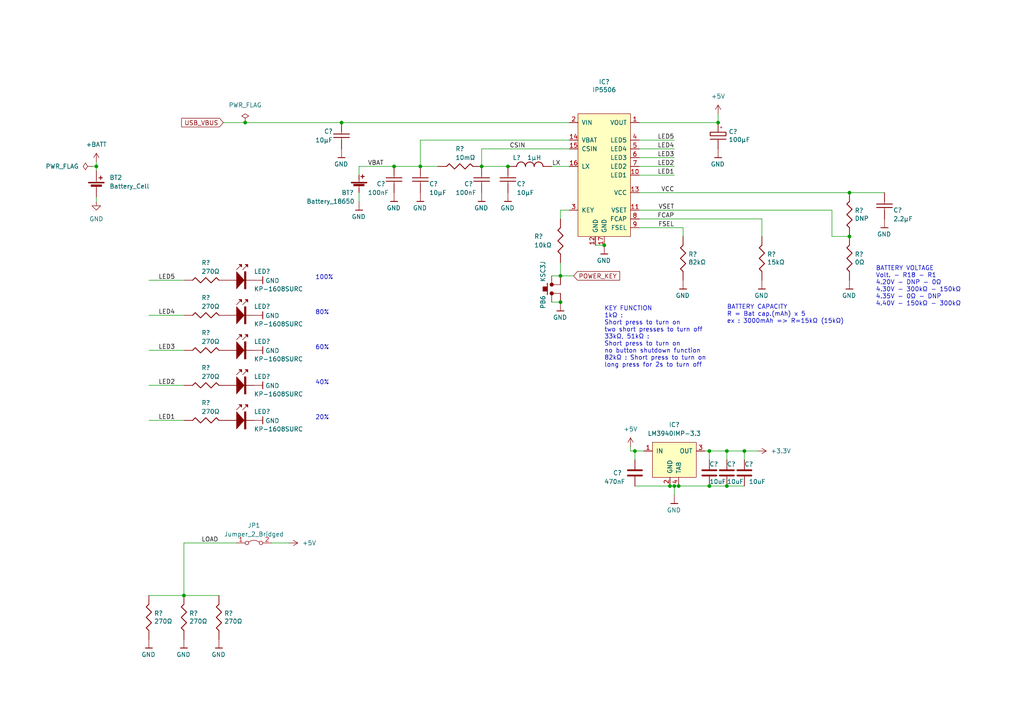
<source format=kicad_sch>
(kicad_sch (version 20230121) (generator eeschema)
  (paper "A4")
  (lib_symbols
    (symbol "Device:Battery_Cell" (pin_numbers hide) (pin_names (offset 0) hide)
      (property "Reference" "BT" (at 2.54 2.54 0))
      (property "Value" "Battery_Cell" (at 2.54 0 0))
      (symbol "Battery_Cell_0_1"
        (rectangle (start -2.286 1.778) (end 2.286 1.524) (fill (type outline)))
        (rectangle (start -1.524 1.016) (end 1.524 0.508) (fill (type outline)))
        (polyline (pts (xy 0 0.762) (xy 0 0)))
        (polyline (pts (xy 0 1.778) (xy 0 2.54)))
        (polyline (pts (xy 0.762 3.048) (xy 1.778 3.048)) (stroke (width 0.254)))
        (polyline (pts (xy 1.27 3.556) (xy 1.27 2.54)) (stroke (width 0.254)))
      )
      (symbol "Battery_Cell_1_1"
        (pin passive line (at 0 5.08 270) (length 2.54) (name "+") (number "1"))
        (pin passive line (at 0 -2.54 90) (length 2.54) (name "-") (number "2"))
      )
    )
    (symbol "Device:C" (pin_numbers hide) (pin_names (offset 0.254))
      (property "Reference" "C" (at 0.635 2.54 0))
      (property "Value" "C" (at 0.635 -2.54 0))
      (symbol "C_0_1"
        (polyline (pts (xy -2.032 -0.762) (xy 2.032 -0.762)) (stroke (width 0.508)))
        (polyline (pts (xy -2.032 0.762) (xy 2.032 0.762)) (stroke (width 0.508)))
      )
      (symbol "C_1_1"
        (pin passive line (at 0 3.81 270) (length 2.794) (name "~") (number "1"))
        (pin passive line (at 0 -3.81 90) (length 2.794) (name "~") (number "2"))
      )
    )
    (symbol "Jumper:Jumper_2_Bridged" (pin_names (offset 0) hide)
      (property "Reference" "JP" (at 0 1.905 0))
      (property "Value" "Jumper_2_Bridged" (at 0 -2.54 0))
      (symbol "Jumper_2_Bridged_0_0"
        (circle (center -2.032 0) (radius 0.508))
        (circle (center 2.032 0) (radius 0.508))
      )
      (symbol "Jumper_2_Bridged_0_1"
        (arc (start 1.524 0.254) (mid 0 0.762) (end -1.524 0.254))
      )
      (symbol "Jumper_2_Bridged_1_1"
        (pin passive line (at -5.08 0 0) (length 2.54) (name "A") (number "1"))
        (pin passive line (at 5.08 0 180) (length 2.54) (name "B") (number "2"))
      )
    )
    (symbol "_GRZ_IC_Misc:IP5506" (pin_names (offset 1.016))
      (property "Reference" "IC" (at -5.08 16.51 0))
      (property "Value" "IP5506" (at 3.81 16.51 0))
      (symbol "IP5506_0_0"
        (pin input line (at 10.16 -12.7 180) (length 2.54) (name "VSET") (number "11"))
        (pin power_in line (at -2.54 -22.86 90) (length 2.54) (name "GND") (number "12"))
        (pin power_out line (at 10.16 -7.62 180) (length 2.54) (name "VCC") (number "13"))
        (pin input line (at -10.16 5.08 0) (length 2.54) (name "CSIN") (number "15"))
        (pin input line (at -10.16 0 0) (length 2.54) (name "LX") (number "16"))
        (pin output line (at 10.16 7.62 180) (length 2.54) (name "LED5") (number "4"))
        (pin input line (at 10.16 -15.24 180) (length 2.54) (name "FCAP") (number "8"))
        (pin input line (at 10.16 -17.78 180) (length 2.54) (name "FSEL") (number "9"))
      )
      (symbol "IP5506_0_1"
        (rectangle (start -7.62 15.24) (end 7.62 -20.32) (stroke (width 0.1524)) (fill (type background)))
      )
      (symbol "IP5506_1_1"
        (pin power_out line (at 10.16 12.7 180) (length 2.54) (name "VOUT") (number "1"))
        (pin output line (at 10.16 -2.54 180) (length 2.54) (name "LED1") (number "10"))
        (pin input line (at -10.16 7.62 0) (length 2.54) (name "VBAT") (number "14"))
        (pin power_out line (at 0 -22.86 90) (length 2.54) (name "GND") (number "17"))
        (pin power_in line (at -10.16 12.7 0) (length 2.54) (name "VIN") (number "2"))
        (pin input line (at -10.16 -12.7 0) (length 2.54) (name "KEY") (number "3"))
        (pin output line (at 10.16 5.08 180) (length 2.54) (name "LED4") (number "5"))
        (pin output line (at 10.16 2.54 180) (length 2.54) (name "LED3") (number "6"))
        (pin output line (at 10.16 0 180) (length 2.54) (name "LED2") (number "7"))
      )
    )
    (symbol "_GRZ_Misc:Battery_Cell" (pin_numbers hide) (pin_names (offset 0) hide)
      (property "Reference" "BT" (at 2.54 1.27 0))
      (property "Value" "Battery_Cell" (at 2.54 -1.27 0))
      (symbol "Battery_Cell_0_1"
        (rectangle (start -2.286 0.508) (end 2.286 0.254) (fill (type outline)))
        (rectangle (start -1.5748 -0.0762) (end 1.4732 -0.5842) (fill (type outline)))
        (polyline (pts (xy 0 -0.508) (xy 0 -1.27)))
        (polyline (pts (xy 0 0.508) (xy 0 1.27)))
        (polyline (pts (xy 0.508 2.159) (xy 1.524 2.159)) (stroke (width 0.254)))
        (polyline (pts (xy 1.016 2.667) (xy 1.016 1.651)) (stroke (width 0.254)))
      )
      (symbol "Battery_Cell_1_1"
        (pin passive line (at 0 2.54 270) (length 1.27) (name "+") (number "1"))
        (pin passive line (at 0 -2.54 90) (length 1.27) (name "-") (number "2"))
      )
    )
    (symbol "_GRZ_Opto:KP-1608SURC" (pin_numbers hide) (pin_names (offset 0) hide)
      (property "Reference" "LED" (at 1.27 6.35 0))
      (property "Value" "KP-1608SURC" (at 1.27 -3.81 0))
      (symbol "KP-1608SURC_0_1"
        (polyline (pts (xy 0 2.54) (xy 0 -2.54) (xy 2.286 0) (xy 0 2.54)) (stroke (width 0.0254)) (fill (type outline)))
        (rectangle (start 2.286 2.54) (end 2.794 -2.54) (stroke (width 0.0254)) (fill (type outline)))
      )
      (symbol "KP-1608SURC_1_1"
        (polyline (pts (xy 0 3.048) (xy 1.524 4.572)) (stroke (width 0.1524)))
        (polyline (pts (xy 1.778 3.048) (xy 3.302 4.572)) (stroke (width 0.1524)))
        (polyline (pts (xy 0.762 4.572) (xy 1.524 4.572) (xy 1.524 3.81) (xy 0.762 4.572)) (stroke (width 0.1524)) (fill (type outline)))
        (polyline (pts (xy 2.54 4.572) (xy 3.302 4.572) (xy 3.302 3.81) (xy 2.54 4.572)) (stroke (width 0.1524)) (fill (type outline)))
        (pin passive line (at 5.08 0 180) (length 2.54) (name "K") (number "1"))
        (pin passive line (at -2.54 0 0) (length 2.54) (name "A") (number "2"))
      )
    )
    (symbol "_GRZ_Passive:CAP" (pin_numbers hide) (pin_names (offset 0) hide)
      (property "Reference" "C" (at 5.08 0 0))
      (property "Value" "CAP" (at 5.08 -2.54 0))
      (symbol "CAP_0_1"
        (polyline (pts (xy -2.286 -1.778) (xy 2.286 -1.778)) (stroke (width 0.254)))
        (polyline (pts (xy -2.286 -0.762) (xy 2.286 -0.762)) (stroke (width 0.254)))
        (polyline (pts (xy 0 -2.54) (xy 0 -1.778)) (stroke (width 0.1524)))
        (polyline (pts (xy 0 -0.762) (xy 0 0)) (stroke (width 0.1524)))
      )
      (symbol "CAP_1_1"
        (pin passive line (at 0 2.54 270) (length 2.54) (name "~") (number "1"))
        (pin passive line (at 0 -5.08 90) (length 2.54) (name "~") (number "2"))
      )
    )
    (symbol "_GRZ_Passive:CAP_POL" (pin_numbers hide) (pin_names (offset 0) hide)
      (property "Reference" "C" (at 2.54 0 0))
      (property "Value" "CAP_POL" (at 2.54 -2.54 0))
      (symbol "CAP_POL_0_1"
        (rectangle (start -2.286 -1.27) (end 2.286 -0.254) (stroke (width 0.254)))
        (polyline (pts (xy -2.286 -2.286) (xy 2.286 -2.286)) (stroke (width 0.254)))
        (polyline (pts (xy 0 -2.54) (xy 0 -2.286)) (stroke (width 0.1524)))
        (polyline (pts (xy 0 0) (xy 0 -0.254)) (stroke (width 0.1524)))
        (polyline (pts (xy 0.889 1.397) (xy 0.889 0.889)) (stroke (width 0.127)))
        (polyline (pts (xy 1.143 1.143) (xy 0.635 1.143)) (stroke (width 0.127)))
      )
      (symbol "CAP_POL_1_1"
        (pin passive line (at 0 2.54 270) (length 2.54) (name "~") (number "1"))
        (pin passive line (at 0 -5.08 90) (length 2.54) (name "~") (number "2"))
      )
    )
    (symbol "_GRZ_Passive:INDUCTOR" (pin_numbers hide) (pin_names (offset 0.254) hide)
      (property "Reference" "L" (at 2.54 1.27 0))
      (property "Value" "INDUCTOR" (at 2.54 -2.54 0))
      (symbol "INDUCTOR_1_1"
        (arc (start 0 -5.08) (mid 1.2645 -3.81) (end 0 -2.54) (stroke (width 0.254)))
        (arc (start 0 -2.54) (mid 1.2645 -1.27) (end 0 0) (stroke (width 0.254)))
        (arc (start 0 0) (mid 1.2645 1.27) (end 0 2.54) (stroke (width 0.254)))
        (pin passive line (at 0 5.08 270) (length 2.54) (name "~") (number "1"))
        (pin passive line (at 0 -7.62 90) (length 2.54) (name "~") (number "2"))
      )
    )
    (symbol "_GRZ_Passive:RES1" (pin_numbers hide) (pin_names (offset 0) hide)
      (property "Reference" "R" (at 2.54 2.54 0))
      (property "Value" "RES1" (at 2.54 0 0))
      (symbol "RES1_0_1"
        (polyline (pts (xy 0 5.08) (xy -0.762 4.318) (xy 0.762 2.794) (xy -0.762 1.27) (xy 0.762 -0.254) (xy -0.762 -1.778) (xy 0 -2.54)) (stroke (width 0.254)))
      )
      (symbol "RES1_1_1"
        (pin passive line (at 0 7.62 270) (length 2.54) (name "~") (number "1"))
        (pin passive line (at 0 -5.08 90) (length 2.54) (name "~") (number "2"))
      )
    )
    (symbol "_GRZ_Power:GND" (power) (pin_numbers hide) (pin_names (offset 0) hide)
      (property "Value" "GND" (at 0 -3.81 0))
      (symbol "GND_0_1"
        (polyline (pts (xy -1.016 -2.54) (xy 1.016 -2.54)) (stroke (width 0.254)))
        (polyline (pts (xy 0 0) (xy 0 -2.54)) (stroke (width 0.1524)))
      )
      (symbol "GND_1_1"
        (pin power_in line (at 0 0 270) (length 0) hide (name "GND") (number "1"))
      )
    )
    (symbol "_GRZ_Regulators:LM3940IMP-3.3" (pin_names (offset 1.016))
      (property "Reference" "IC" (at -1.27 6.35 0))
      (property "Value" "LM3940IMP-3.3" (at -7.62 3.81 0))
      (symbol "LM3940IMP-3.3_0_1"
        (rectangle (start -5.08 2.54) (end 7.62 -7.62) (stroke (width 0.1524)) (fill (type background)))
        (rectangle (start 5.08 2.54) (end 5.08 2.54))
      )
      (symbol "LM3940IMP-3.3_1_1"
        (pin power_in line (at -7.62 0 0) (length 2.54) (name "IN") (number "1"))
        (pin power_in line (at 0 -10.16 90) (length 2.54) (name "GND") (number "2"))
        (pin power_out line (at 10.16 0 180) (length 2.54) (name "OUT") (number "3"))
        (pin passive line (at 2.54 -10.16 90) (length 2.54) (name "TAB") (number "4"))
      )
    )
    (symbol "_GRZ_Switches:KSC3J" (pin_numbers hide) (pin_names (offset 1.016) hide)
      (property "Reference" "PB" (at 0 10.16 0))
      (property "Value" "KSC3J" (at 0 7.62 0))
      (symbol "KSC3J_0_0"
        (pin passive line (at 5.08 2.54 180) (length 1.27) (name "~") (number "3"))
        (pin passive line (at -2.54 2.54 0) (length 1.27) (name "~") (number "4"))
      )
      (symbol "KSC3J_0_1"
        (polyline (pts (xy -1.27 2.54) (xy -0.508 2.54)))
        (polyline (pts (xy 0 2.54) (xy 0 0)))
        (polyline (pts (xy 2.54 2.54) (xy 2.54 0)))
        (polyline (pts (xy 2.921 3.81) (xy -0.381 3.81)) (stroke (width 0.254)))
        (polyline (pts (xy 3.81 2.54) (xy 3.048 2.54)))
        (circle (center 0 2.54) (radius 0.508) (fill (type outline)))
        (rectangle (start 0.635 3.81) (end 1.905 5.08) (stroke (width 0.1524)) (fill (type outline)))
        (circle (center 2.54 2.54) (radius 0.508) (fill (type outline)))
        (pin passive line (at -2.54 0 0) (length 2.54) (name "~") (number "1"))
        (pin passive line (at 5.08 0 180) (length 2.54) (name "~") (number "2"))
      )
    )
    (symbol "power:+3.3V" (power) (pin_names (offset 0))
      (property "Value" "+3.3V" (at 0 3.556 0))
      (symbol "+3.3V_0_1"
        (polyline (pts (xy -0.762 1.27) (xy 0 2.54)))
        (polyline (pts (xy 0 0) (xy 0 2.54)))
        (polyline (pts (xy 0 2.54) (xy 0.762 1.27)))
      )
      (symbol "+3.3V_1_1"
        (pin power_in line (at 0 0 90) (length 0) hide (name "+3.3V") (number "1"))
      )
    )
    (symbol "power:+5V" (power) (pin_names (offset 0))
      (property "Value" "+5V" (at 0 3.556 0))
      (symbol "+5V_0_1"
        (polyline (pts (xy -0.762 1.27) (xy 0 2.54)))
        (polyline (pts (xy 0 0) (xy 0 2.54)))
        (polyline (pts (xy 0 2.54) (xy 0.762 1.27)))
      )
      (symbol "+5V_1_1"
        (pin power_in line (at 0 0 90) (length 0) hide (name "+5V") (number "1"))
      )
    )
    (symbol "power:+BATT" (power) (pin_names (offset 0))
      (property "Value" "+BATT" (at 0 3.556 0))
      (symbol "+BATT_0_1"
        (polyline (pts (xy -0.762 1.27) (xy 0 2.54)))
        (polyline (pts (xy 0 0) (xy 0 2.54)))
        (polyline (pts (xy 0 2.54) (xy 0.762 1.27)))
      )
      (symbol "+BATT_1_1"
        (pin power_in line (at 0 0 90) (length 0) hide (name "+BATT") (number "1"))
      )
    )
    (symbol "power:GND" (power) (pin_names (offset 0))
      (property "Value" "GND" (at 0 -3.81 0))
      (symbol "GND_0_1"
        (polyline (pts (xy 0 0) (xy 0 -1.27) (xy 1.27 -1.27) (xy 0 -2.54) (xy -1.27 -1.27) (xy 0 -1.27)))
      )
      (symbol "GND_1_1"
        (pin power_in line (at 0 0 270) (length 0) hide (name "GND") (number "1"))
      )
    )
    (symbol "power:PWR_FLAG" (power) (pin_numbers hide) (pin_names (offset 0) hide)
      (property "Value" "PWR_FLAG" (at 0 3.81 0))
      (symbol "PWR_FLAG_0_0"
        (pin power_out line (at 0 0 90) (length 0) (name "pwr") (number "1"))
      )
      (symbol "PWR_FLAG_0_1"
        (polyline (pts (xy 0 0) (xy 0 1.27) (xy -1.016 1.905) (xy 0 2.54) (xy 1.016 1.905) (xy 0 1.27)))
      )
    )
  )
  (junction (at 196.85 140.97))
  (junction (at 246.38 68.58))
  (junction (at 53.34 172.72))
  (junction (at 27.94 48.26))
  (junction (at 147.32 48.26))
  (junction (at 162.56 87.63))
  (junction (at 210.82 130.81))
  (junction (at 194.31 140.97))
  (junction (at 139.7 48.26))
  (junction (at 215.9 130.81))
  (junction (at 162.56 80.01))
  (junction (at 208.28 35.56))
  (junction (at 184.15 130.81))
  (junction (at 114.3 48.26))
  (junction (at 205.74 130.81))
  (junction (at 99.06 35.56))
  (junction (at 121.92 48.26))
  (junction (at 71.12 35.56))
  (junction (at 195.58 140.97))
  (junction (at 210.82 140.97))
  (junction (at 175.26 71.12))
  (junction (at 246.38 55.88))
  (junction (at 205.74 140.97))
  (wire (pts (xy 121.92 48.26) (xy 114.3 48.26)))
  (wire (pts (xy 194.31 140.97) (xy 195.58 140.97)))
  (wire (pts (xy 127 48.26) (xy 121.92 48.26)))
  (wire (pts (xy 185.42 55.88) (xy 246.38 55.88)))
  (wire (pts (xy 215.9 130.81) (xy 215.9 133.35)))
  (wire (pts (xy 205.74 130.81) (xy 210.82 130.81)))
  (wire (pts (xy 26.67 48.26) (xy 27.94 48.26)))
  (wire (pts (xy 205.74 140.97) (xy 210.82 140.97)))
  (wire (pts (xy 196.85 140.97) (xy 205.74 140.97)))
  (wire (pts (xy 53.34 121.92) (xy 43.18 121.92)))
  (wire (pts (xy 162.56 60.96) (xy 162.56 63.5)))
  (wire (pts (xy 198.12 66.04) (xy 185.42 66.04)))
  (wire (pts (xy 182.88 130.81) (xy 184.15 130.81)))
  (wire (pts (xy 27.94 48.26) (xy 27.94 49.53)))
  (wire (pts (xy 162.56 80.01) (xy 162.56 76.2)))
  (wire (pts (xy 210.82 140.97) (xy 215.9 140.97)))
  (wire (pts (xy 64.77 35.56) (xy 71.12 35.56)))
  (wire (pts (xy 53.34 157.48) (xy 53.34 172.72)))
  (wire (pts (xy 165.1 43.18) (xy 139.7 43.18)))
  (wire (pts (xy 210.82 130.81) (xy 215.9 130.81)))
  (wire (pts (xy 204.47 130.81) (xy 205.74 130.81)))
  (wire (pts (xy 210.82 130.81) (xy 210.82 133.35)))
  (wire (pts (xy 184.15 130.81) (xy 186.69 130.81)))
  (wire (pts (xy 114.3 48.26) (xy 104.14 48.26)))
  (wire (pts (xy 172.72 71.12) (xy 175.26 71.12)))
  (wire (pts (xy 53.34 81.28) (xy 43.18 81.28)))
  (wire (pts (xy 53.34 172.72) (xy 63.5 172.72)))
  (wire (pts (xy 147.32 48.26) (xy 139.7 48.26)))
  (wire (pts (xy 27.94 57.15) (xy 27.94 58.42)))
  (wire (pts (xy 198.12 68.58) (xy 198.12 66.04)))
  (wire (pts (xy 185.42 50.8) (xy 195.58 50.8)))
  (wire (pts (xy 160.02 80.01) (xy 162.56 80.01)))
  (wire (pts (xy 185.42 45.72) (xy 195.58 45.72)))
  (wire (pts (xy 241.3 60.96) (xy 241.3 68.58)))
  (wire (pts (xy 195.58 140.97) (xy 195.58 143.51)))
  (wire (pts (xy 78.74 157.48) (xy 83.82 157.48)))
  (wire (pts (xy 71.12 35.56) (xy 99.06 35.56)))
  (wire (pts (xy 104.14 48.26) (xy 104.14 50.8)))
  (wire (pts (xy 162.56 80.01) (xy 166.37 80.01)))
  (wire (pts (xy 215.9 130.81) (xy 219.71 130.81)))
  (wire (pts (xy 256.54 55.88) (xy 246.38 55.88)))
  (wire (pts (xy 220.98 68.58) (xy 220.98 63.5)))
  (wire (pts (xy 104.14 58.42) (xy 104.14 55.88)))
  (wire (pts (xy 220.98 63.5) (xy 185.42 63.5)))
  (wire (pts (xy 160.02 48.26) (xy 165.1 48.26)))
  (wire (pts (xy 53.34 91.44) (xy 43.18 91.44)))
  (wire (pts (xy 185.42 48.26) (xy 195.58 48.26)))
  (wire (pts (xy 195.58 140.97) (xy 196.85 140.97)))
  (wire (pts (xy 162.56 87.63) (xy 160.02 87.63)))
  (wire (pts (xy 139.7 43.18) (xy 139.7 48.26)))
  (wire (pts (xy 208.28 33.02) (xy 208.28 35.56)))
  (wire (pts (xy 185.42 43.18) (xy 195.58 43.18)))
  (wire (pts (xy 99.06 35.56) (xy 165.1 35.56)))
  (wire (pts (xy 184.15 140.97) (xy 194.31 140.97)))
  (wire (pts (xy 165.1 40.64) (xy 121.92 40.64)))
  (wire (pts (xy 165.1 60.96) (xy 162.56 60.96)))
  (wire (pts (xy 68.58 157.48) (xy 53.34 157.48)))
  (wire (pts (xy 53.34 101.6) (xy 43.18 101.6)))
  (wire (pts (xy 184.15 130.81) (xy 184.15 133.35)))
  (wire (pts (xy 27.94 46.99) (xy 27.94 48.26)))
  (wire (pts (xy 182.88 129.54) (xy 182.88 130.81)))
  (wire (pts (xy 205.74 130.81) (xy 205.74 133.35)))
  (wire (pts (xy 53.34 111.76) (xy 43.18 111.76)))
  (wire (pts (xy 185.42 60.96) (xy 241.3 60.96)))
  (wire (pts (xy 241.3 68.58) (xy 246.38 68.58)))
  (wire (pts (xy 185.42 35.56) (xy 208.28 35.56)))
  (wire (pts (xy 43.18 172.72) (xy 53.34 172.72)))
  (wire (pts (xy 185.42 40.64) (xy 195.58 40.64)))
  (wire (pts (xy 121.92 40.64) (xy 121.92 48.26)))
  (text "KEY FUNCTION\n1kΩ :\nShort press to turn on\ntwo short presses to turn off\n33kΩ, 51kΩ :\nShort press to turn on\nno button shutdown function\n82kΩ : Short press to turn on\nlong press for 2s to turn off" (at 175.26 106.68 0) (effects (font (size 1.27 1.27)) (justify left bottom)))
  (text "BATTERY CAPACITY\nR = Bat cap.(mAh) x 5\nex : 3000mAh => R=15kΩ (15kΩ)\n" (at 210.82 93.98 0) (effects (font (size 1.27 1.27)) (justify left bottom)))
  (text "40%" (at 91.44 111.76 0) (effects (font (size 1.27 1.27)) (justify left bottom)))
  (text "100%" (at 91.44 81.28 0) (effects (font (size 1.27 1.27)) (justify left bottom)))
  (text "80%" (at 91.44 91.44 0) (effects (font (size 1.27 1.27)) (justify left bottom)))
  (text "60%" (at 91.44 101.6 0) (effects (font (size 1.27 1.27)) (justify left bottom)))
  (text "20%" (at 91.44 121.92 0) (effects (font (size 1.27 1.27)) (justify left bottom)))
  (text "BATTERY VOLTAGE\nVolt. - R18 - R1\n4.20V - DNP - 0Ω\n4.30V - 300kΩ - 150kΩ\n4.35V - 0Ω - DNP\n4.40V - 150kΩ - 300kΩ\n" (at 254 88.9 0) (effects (font (size 1.27 1.27)) (justify left bottom)))
  (label "LED1" (at 195.58 50.8 180))
  (label "LED5" (at 195.58 40.64 180))
  (label "LX" (at 162.56 48.26 180))
  (label "LED1" (at 50.8 121.92 180))
  (label "LED3" (at 195.58 45.72 180))
  (label "LED2" (at 50.8 111.76 180))
  (label "VBAT" (at 106.68 48.26 0))
  (label "LED2" (at 195.58 48.26 180))
  (label "VSET" (at 195.58 60.96 180))
  (label "LED3" (at 50.8 101.6 180))
  (label "FCAP" (at 195.58 63.5 180))
  (label "LED4" (at 50.8 91.44 180))
  (label "VCC" (at 195.58 55.88 180))
  (label "FSEL" (at 195.58 66.04 180))
  (label "CSIN" (at 152.4 43.18 180))
  (label "LED4" (at 195.58 43.18 180))
  (label "LED5" (at 50.8 81.28 180))
  (label "LOAD" (at 58.42 157.48 0))
  (global_label "USB_VBUS" (shape input) (at 64.77 35.56 180) (property "Intersheetrefs" "${INTERSHEET_REFS}" (effects hide)))
  (global_label "POWER_KEY" (shape input) (at 166.37 80.01 0) (property "Intersheetrefs" "${INTERSHEET_REFS}" (effects hide)))
  (symbol (lib_id "_GRZ_Misc:Battery_Cell") (at 104.14 53.34 0) (unit 1)
    (property "Reference" "BT?" (at 99.06 55.88 0) (effects (justify left)))
    (property "Value" "Battery_18650" (at 88.9 58.42 0) (effects (justify left)))
    (property "Footprint" "Battery:BatteryHolder_Keystone_1042_1x18650" (effects hide))
    (instances (project "" (path "" (reference "BT?") (unit 1))) (project "battery_tester" (path "" (reference "BT1") (unit 1))))
  )
  (symbol (lib_id "_GRZ_Opto:KP-1608SURC") (at 68.58 81.28 0) (unit 1)
    (property "Reference" "LED?" (at 73.66 78.74 0) (effects (justify left)))
    (property "Value" "KP-1608SURC" (at 73.66 83.82 0) (effects (justify left)))
    (property "Footprint" "_Opto_GRZ:KP-1608SURC" (effects hide))
    (property "MFR" "Kingbright" (effects hide))
    (property "MFR REF" "KP-1608SURCK" (effects hide))
    (instances (project "" (path "" (reference "LED?") (unit 1))) (project "battery_tester" (path "" (reference "LED5") (unit 1))))
  )
  (symbol (lib_id "_GRZ_Passive:RES1") (at 162.56 71.12 0) (unit 1)
    (property "Reference" "R?" (at 154.94 68.58 0) (effects (justify left)))
    (property "Value" "10kΩ" (at 154.94 71.12 0) (effects (justify left)))
    (property "Footprint" "_Resistors_GRZ:R_0603" (effects hide))
    (instances (project "" (path "" (reference "R?") (unit 1))) (project "battery_tester" (path "" (reference "R30") (unit 1))))
  )
  (symbol (lib_id "_GRZ_Power:GND") (at 162.56 87.63 0) (unit 1)
    (property "Reference" "#PWR?" (effects hide))
    (property "Value" "GND" (at 162.433 92.075 0))
    (instances (project "" (path "" (reference "#PWR?") (unit 1))) (project "battery_tester" (path "" (reference "#PWR047") (unit 1))))
  )
  (symbol (lib_id "_GRZ_Passive:INDUCTOR") (at 152.4 48.26 90) (unit 1)
    (property "Reference" "L?" (at 149.86 45.72 90))
    (property "Value" "1µH" (at 154.94 45.72 90))
    (property "Footprint" "_Inductors_GRZ:IHLP2525CZ" (effects hide))
    (instances (project "" (path "" (reference "L?") (unit 1))) (project "battery_tester" (path "" (reference "L1") (unit 1))))
  )
  (symbol (lib_id "_GRZ_Power:GND") (at 104.14 58.42 0) (unit 1)
    (property "Reference" "#PWR?" (effects hide))
    (property "Value" "GND" (at 104.013 62.865 0))
    (instances (project "" (path "" (reference "#PWR?") (unit 1))) (project "battery_tester" (path "" (reference "#PWR042") (unit 1))))
  )
  (symbol (lib_id "_GRZ_Power:GND") (at 147.32 55.88 0) (unit 1)
    (property "Reference" "#PWR?" (effects hide))
    (property "Value" "GND" (at 147.193 60.325 0))
    (instances (project "" (path "" (reference "#PWR?") (unit 1))) (project "battery_tester" (path "" (reference "#PWR046") (unit 1))))
  )
  (symbol (lib_id "_GRZ_Passive:CAP") (at 147.32 50.8 0) (unit 1)
    (property "Reference" "C?" (at 149.86 53.34 0) (effects (justify left)))
    (property "Value" "10µF" (at 149.86 55.88 0) (effects (justify left)))
    (property "Footprint" "_Capacitors_GRZ:C_0603" (effects hide))
    (instances (project "" (path "" (reference "C?") (unit 1))) (project "battery_tester" (path "" (reference "C6") (unit 1))))
  )
  (symbol (lib_id "_GRZ_Passive:CAP") (at 99.06 38.1 0) (unit 1)
    (property "Reference" "C?" (at 93.98 38.1 0) (effects (justify left)))
    (property "Value" "10µF" (at 91.44 40.64 0) (effects (justify left)))
    (property "Footprint" "_Capacitors_GRZ:C_0603" (effects hide))
    (instances (project "" (path "" (reference "C?") (unit 1))) (project "battery_tester" (path "" (reference "C2") (unit 1))))
  )
  (symbol (lib_id "_GRZ_Passive:RES1") (at 132.08 48.26 270) (unit 1)
    (property "Reference" "R?" (at 132.08 43.18 90) (effects (justify left)))
    (property "Value" "10mΩ" (at 132.08 45.72 90) (effects (justify left)))
    (property "Footprint" "_Resistors_GRZ:R_0603" (effects hide))
    (instances (project "" (path "" (reference "R?") (unit 1))) (project "battery_tester" (path "" (reference "R29") (unit 1))))
  )
  (symbol (lib_id "_GRZ_Power:GND") (at 99.06 43.18 0) (unit 1)
    (property "Reference" "#PWR?" (effects hide))
    (property "Value" "GND" (at 98.933 47.625 0))
    (instances (project "" (path "" (reference "#PWR?") (unit 1))) (project "battery_tester" (path "" (reference "#PWR041") (unit 1))))
  )
  (symbol (lib_id "_GRZ_Passive:CAP_POL") (at 208.28 38.1 0) (unit 1)
    (property "Reference" "C?" (at 211.328 38.2016 0) (effects (justify left)))
    (property "Value" "100µF" (at 211.328 40.513 0) (effects (justify left)))
    (property "Footprint" "_Capacitors_GRZ:EIA_6032-28" (effects hide))
    (instances (project "" (path "" (reference "C?") (unit 1))) (project "battery_tester" (path "" (reference "C9") (unit 1))))
  )
  (symbol (lib_id "_GRZ_Power:GND") (at 208.28 43.18 0) (unit 1)
    (property "Reference" "#PWR?" (effects hide))
    (property "Value" "GND" (at 208.153 47.625 0))
    (instances (project "" (path "" (reference "#PWR?") (unit 1))) (project "battery_tester" (path "" (reference "#PWR053") (unit 1))))
  )
  (symbol (lib_id "_GRZ_Power:GND") (at 43.18 185.42 0) (unit 1)
    (property "Reference" "#PWR?" (effects hide))
    (property "Value" "GND" (at 43.053 189.865 0))
    (instances (project "" (path "" (reference "#PWR?") (unit 1))) (project "battery_tester" (path "" (reference "#PWR029") (unit 1))))
  )
  (symbol (lib_id "_GRZ_Passive:RES1") (at 43.18 180.34 0) (unit 1)
    (property "Reference" "R?" (at 44.704 177.9016 0) (effects (justify left)))
    (property "Value" "270Ω" (at 44.704 180.213 0) (effects (justify left)))
    (property "Footprint" "_Resistors_GRZ:R_0603" (effects hide))
    (instances (project "" (path "" (reference "R?") (unit 1))) (project "battery_tester" (path "" (reference "R19") (unit 1))))
  )
  (symbol (lib_id "_GRZ_Power:GND") (at 53.34 185.42 0) (unit 1)
    (property "Reference" "#PWR?" (effects hide))
    (property "Value" "GND" (at 53.213 189.865 0))
    (instances (project "" (path "" (reference "#PWR?") (unit 1))) (project "battery_tester" (path "" (reference "#PWR031") (unit 1))))
  )
  (symbol (lib_id "_GRZ_Passive:RES1") (at 53.34 180.34 0) (unit 1)
    (property "Reference" "R?" (at 54.864 177.9016 0) (effects (justify left)))
    (property "Value" "270Ω" (at 54.864 180.213 0) (effects (justify left)))
    (property "Footprint" "_Resistors_GRZ:R_0603" (effects hide))
    (instances (project "" (path "" (reference "R?") (unit 1))) (project "battery_tester" (path "" (reference "R20") (unit 1))))
  )
  (symbol (lib_id "_GRZ_Power:GND") (at 63.5 185.42 0) (unit 1)
    (property "Reference" "#PWR?" (effects hide))
    (property "Value" "GND" (at 63.373 189.865 0))
    (instances (project "" (path "" (reference "#PWR?") (unit 1))) (project "battery_tester" (path "" (reference "#PWR032") (unit 1))))
  )
  (symbol (lib_id "_GRZ_Passive:RES1") (at 63.5 180.34 0) (unit 1)
    (property "Reference" "R?" (at 65.024 177.9016 0) (effects (justify left)))
    (property "Value" "270Ω" (at 65.024 180.213 0) (effects (justify left)))
    (property "Footprint" "_Resistors_GRZ:R_0603" (effects hide))
    (instances (project "" (path "" (reference "R?") (unit 1))) (project "battery_tester" (path "" (reference "R26") (unit 1))))
  )
  (symbol (lib_id "_GRZ_IC_Misc:IP5506") (at 175.26 48.26 0) (unit 1)
    (property "Reference" "IC?" (at 175.26 23.749 0))
    (property "Value" "IP5506" (at 175.26 26.0604 0))
    (property "Footprint" "_IC_Misc_GRZ:IP5506" (effects hide))
    (property "Datasheet" "https://datasheetspdf.com/pdf-file/1300685/Injoinic/IP5506/1" (effects hide))
    (instances (project "" (path "" (reference "IC?") (unit 1))) (project "battery_tester" (path "" (reference "IC1") (unit 1))))
  )
  (symbol (lib_id "_GRZ_Passive:CAP") (at 139.7 50.8 0) (unit 1)
    (property "Reference" "C?" (at 134.62 53.34 0) (effects (justify left)))
    (property "Value" "100nF" (at 132.08 55.88 0) (effects (justify left)))
    (property "Footprint" "_Capacitors_GRZ:C_0603" (effects hide))
    (instances (project "" (path "" (reference "C?") (unit 1))) (project "battery_tester" (path "" (reference "C5") (unit 1))))
  )
  (symbol (lib_id "_GRZ_Power:GND") (at 139.7 55.88 0) (unit 1)
    (property "Reference" "#PWR?" (effects hide))
    (property "Value" "GND" (at 139.573 60.325 0))
    (instances (project "" (path "" (reference "#PWR?") (unit 1))) (project "battery_tester" (path "" (reference "#PWR045") (unit 1))))
  )
  (symbol (lib_id "_GRZ_Power:GND") (at 114.3 55.88 0) (unit 1)
    (property "Reference" "#PWR?" (effects hide))
    (property "Value" "GND" (at 114.173 60.325 0))
    (instances (project "" (path "" (reference "#PWR?") (unit 1))) (project "battery_tester" (path "" (reference "#PWR043") (unit 1))))
  )
  (symbol (lib_id "_GRZ_Passive:CAP") (at 114.3 50.8 0) (unit 1)
    (property "Reference" "C?" (at 109.22 53.34 0) (effects (justify left)))
    (property "Value" "100nF" (at 106.68 55.88 0) (effects (justify left)))
    (property "Footprint" "_Capacitors_GRZ:C_0603" (effects hide))
    (instances (project "" (path "" (reference "C?") (unit 1))) (project "battery_tester" (path "" (reference "C3") (unit 1))))
  )
  (symbol (lib_id "_GRZ_Passive:CAP") (at 121.92 50.8 0) (unit 1)
    (property "Reference" "C?" (at 124.46 53.34 0) (effects (justify left)))
    (property "Value" "10µF" (at 124.46 55.88 0) (effects (justify left)))
    (property "Footprint" "_Capacitors_GRZ:C_0603" (effects hide))
    (instances (project "" (path "" (reference "C?") (unit 1))) (project "battery_tester" (path "" (reference "C4") (unit 1))))
  )
  (symbol (lib_id "_GRZ_Power:GND") (at 121.92 55.88 0) (unit 1)
    (property "Reference" "#PWR?" (effects hide))
    (property "Value" "GND" (at 121.793 60.325 0))
    (instances (project "" (path "" (reference "#PWR?") (unit 1))) (project "battery_tester" (path "" (reference "#PWR044") (unit 1))))
  )
  (symbol (lib_id "_GRZ_Power:GND") (at 175.26 71.12 0) (unit 1)
    (property "Reference" "#PWR?" (effects hide))
    (property "Value" "GND" (at 175.133 75.565 0))
    (instances (project "" (path "" (reference "#PWR?") (unit 1))) (project "battery_tester" (path "" (reference "#PWR048") (unit 1))))
  )
  (symbol (lib_id "_GRZ_Passive:RES1") (at 58.42 121.92 270) (unit 1)
    (property "Reference" "R?" (at 58.42 116.84 90) (effects (justify left)))
    (property "Value" "270Ω" (at 58.42 119.38 90) (effects (justify left)))
    (property "Footprint" "_Resistors_GRZ:R_0603" (effects hide))
    (instances (project "" (path "" (reference "R?") (unit 1))) (project "battery_tester" (path "" (reference "R25") (unit 1))))
  )
  (symbol (lib_id "_GRZ_Power:GND") (at 73.66 81.28 90) (unit 1)
    (property "Reference" "#PWR?" (effects hide))
    (property "Value" "GND" (at 76.962 81.407 90) (effects (justify right)))
    (instances (project "" (path "" (reference "#PWR?") (unit 1))) (project "battery_tester" (path "" (reference "#PWR033") (unit 1))))
  )
  (symbol (lib_id "_GRZ_Passive:RES1") (at 198.12 76.2 0) (unit 1)
    (property "Reference" "R?" (at 199.644 73.7616 0) (effects (justify left)))
    (property "Value" "82kΩ" (at 199.644 76.073 0) (effects (justify left)))
    (property "Footprint" "_Resistors_GRZ:R_0603" (effects hide))
    (instances (project "" (path "" (reference "R?") (unit 1))) (project "battery_tester" (path "" (reference "R31") (unit 1))))
  )
  (symbol (lib_id "_GRZ_Power:GND") (at 198.12 81.28 0) (unit 1)
    (property "Reference" "#PWR?" (effects hide))
    (property "Value" "GND" (at 197.993 85.725 0))
    (instances (project "" (path "" (reference "#PWR?") (unit 1))) (project "battery_tester" (path "" (reference "#PWR051") (unit 1))))
  )
  (symbol (lib_id "_GRZ_Passive:RES1") (at 220.98 76.2 0) (unit 1)
    (property "Reference" "R?" (at 222.504 73.7616 0) (effects (justify left)))
    (property "Value" "15kΩ" (at 222.504 76.073 0) (effects (justify left)))
    (property "Footprint" "_Resistors_GRZ:R_0603" (effects hide))
    (instances (project "" (path "" (reference "R?") (unit 1))) (project "battery_tester" (path "" (reference "R32") (unit 1))))
  )
  (symbol (lib_id "_GRZ_Power:GND") (at 220.98 81.28 0) (unit 1)
    (property "Reference" "#PWR?" (effects hide))
    (property "Value" "GND" (at 220.853 85.725 0))
    (instances (project "" (path "" (reference "#PWR?") (unit 1))) (project "battery_tester" (path "" (reference "#PWR055") (unit 1))))
  )
  (symbol (lib_id "_GRZ_Passive:RES1") (at 246.38 76.2 0) (unit 1)
    (property "Reference" "R?" (at 247.904 73.7616 0) (effects (justify left)))
    (property "Value" "0Ω" (at 247.904 76.073 0) (effects (justify left)))
    (property "Footprint" "_Resistors_GRZ:R_0603" (effects hide))
    (instances (project "" (path "" (reference "R?") (unit 1))) (project "battery_tester" (path "" (reference "R34") (unit 1))))
  )
  (symbol (lib_id "_GRZ_Power:GND") (at 256.54 63.5 0) (unit 1)
    (property "Reference" "#PWR?" (effects hide))
    (property "Value" "GND" (at 256.413 67.945 0))
    (instances (project "" (path "" (reference "#PWR?") (unit 1))) (project "battery_tester" (path "" (reference "#PWR057") (unit 1))))
  )
  (symbol (lib_id "_GRZ_Passive:CAP") (at 256.54 58.42 0) (unit 1)
    (property "Reference" "C?" (at 259.08 60.96 0) (effects (justify left)))
    (property "Value" "2.2µF" (at 259.08 63.5 0) (effects (justify left)))
    (property "Footprint" "_Capacitors_GRZ:C_0603" (effects hide))
    (instances (project "" (path "" (reference "C?") (unit 1))) (project "battery_tester" (path "" (reference "C12") (unit 1))))
  )
  (symbol (lib_id "_GRZ_Passive:RES1") (at 246.38 63.5 0) (unit 1)
    (property "Reference" "R?" (at 247.904 61.0616 0) (effects (justify left)))
    (property "Value" "DNP" (at 247.904 63.373 0) (effects (justify left)))
    (property "Footprint" "_Resistors_GRZ:R_0603" (effects hide))
    (instances (project "" (path "" (reference "R?") (unit 1))) (project "battery_tester" (path "" (reference "R33") (unit 1))))
  )
  (symbol (lib_id "_GRZ_Power:GND") (at 246.38 81.28 0) (unit 1)
    (property "Reference" "#PWR?" (effects hide))
    (property "Value" "GND" (at 246.253 85.725 0))
    (instances (project "" (path "" (reference "#PWR?") (unit 1))) (project "battery_tester" (path "" (reference "#PWR056") (unit 1))))
  )
  (symbol (lib_id "_GRZ_Opto:KP-1608SURC") (at 68.58 91.44 0) (unit 1)
    (property "Reference" "LED?" (at 73.66 88.9 0) (effects (justify left)))
    (property "Value" "KP-1608SURC" (at 73.66 93.98 0) (effects (justify left)))
    (property "Footprint" "_Opto_GRZ:KP-1608SURC" (effects hide))
    (property "MFR" "Kingbright" (effects hide))
    (property "MFR REF" "KP-1608SURCK" (effects hide))
    (instances (project "" (path "" (reference "LED?") (unit 1))) (project "battery_tester" (path "" (reference "LED4") (unit 1))))
  )
  (symbol (lib_id "_GRZ_Passive:RES1") (at 58.42 111.76 270) (unit 1)
    (property "Reference" "R?" (at 58.42 106.68 90) (effects (justify left)))
    (property "Value" "270Ω" (at 58.42 109.22 90) (effects (justify left)))
    (property "Footprint" "_Resistors_GRZ:R_0603" (effects hide))
    (instances (project "" (path "" (reference "R?") (unit 1))) (project "battery_tester" (path "" (reference "R24") (unit 1))))
  )
  (symbol (lib_id "_GRZ_Power:GND") (at 73.66 91.44 90) (unit 1)
    (property "Reference" "#PWR?" (effects hide))
    (property "Value" "GND" (at 76.962 91.567 90) (effects (justify right)))
    (instances (project "" (path "" (reference "#PWR?") (unit 1))) (project "battery_tester" (path "" (reference "#PWR034") (unit 1))))
  )
  (symbol (lib_id "_GRZ_Opto:KP-1608SURC") (at 68.58 101.6 0) (unit 1)
    (property "Reference" "LED?" (at 73.66 99.06 0) (effects (justify left)))
    (property "Value" "KP-1608SURC" (at 73.66 104.14 0) (effects (justify left)))
    (property "Footprint" "_Opto_GRZ:KP-1608SURC" (effects hide))
    (property "MFR" "Kingbright" (effects hide))
    (property "MFR REF" "KP-1608SURCK" (effects hide))
    (instances (project "" (path "" (reference "LED?") (unit 1))) (project "battery_tester" (path "" (reference "LED3") (unit 1))))
  )
  (symbol (lib_id "_GRZ_Passive:RES1") (at 58.42 101.6 270) (unit 1)
    (property "Reference" "R?" (at 58.42 96.52 90) (effects (justify left)))
    (property "Value" "270Ω" (at 58.42 99.06 90) (effects (justify left)))
    (property "Footprint" "_Resistors_GRZ:R_0603" (effects hide))
    (instances (project "" (path "" (reference "R?") (unit 1))) (project "battery_tester" (path "" (reference "R23") (unit 1))))
  )
  (symbol (lib_id "_GRZ_Power:GND") (at 73.66 101.6 90) (unit 1)
    (property "Reference" "#PWR?" (effects hide))
    (property "Value" "GND" (at 76.962 101.727 90) (effects (justify right)))
    (instances (project "" (path "" (reference "#PWR?") (unit 1))) (project "battery_tester" (path "" (reference "#PWR035") (unit 1))))
  )
  (symbol (lib_id "_GRZ_Opto:KP-1608SURC") (at 68.58 111.76 0) (unit 1)
    (property "Reference" "LED?" (at 73.66 109.22 0) (effects (justify left)))
    (property "Value" "KP-1608SURC" (at 73.66 114.3 0) (effects (justify left)))
    (property "Footprint" "_Opto_GRZ:KP-1608SURC" (effects hide))
    (property "MFR" "Kingbright" (effects hide))
    (property "MFR REF" "KP-1608SURCK" (effects hide))
    (instances (project "" (path "" (reference "LED?") (unit 1))) (project "battery_tester" (path "" (reference "LED2") (unit 1))))
  )
  (symbol (lib_id "_GRZ_Passive:RES1") (at 58.42 91.44 270) (unit 1)
    (property "Reference" "R?" (at 58.42 86.36 90) (effects (justify left)))
    (property "Value" "270Ω" (at 58.42 88.9 90) (effects (justify left)))
    (property "Footprint" "_Resistors_GRZ:R_0603" (effects hide))
    (instances (project "" (path "" (reference "R?") (unit 1))) (project "battery_tester" (path "" (reference "R22") (unit 1))))
  )
  (symbol (lib_id "_GRZ_Power:GND") (at 73.66 111.76 90) (unit 1)
    (property "Reference" "#PWR?" (effects hide))
    (property "Value" "GND" (at 76.962 111.887 90) (effects (justify right)))
    (instances (project "" (path "" (reference "#PWR?") (unit 1))) (project "battery_tester" (path "" (reference "#PWR036") (unit 1))))
  )
  (symbol (lib_id "_GRZ_Opto:KP-1608SURC") (at 68.58 121.92 0) (unit 1)
    (property "Reference" "LED?" (at 73.66 119.38 0) (effects (justify left)))
    (property "Value" "KP-1608SURC" (at 73.66 124.46 0) (effects (justify left)))
    (property "Footprint" "_Opto_GRZ:KP-1608SURC" (effects hide))
    (property "MFR" "Kingbright" (effects hide))
    (property "MFR REF" "KP-1608SURCK" (effects hide))
    (instances (project "" (path "" (reference "LED?") (unit 1))) (project "battery_tester" (path "" (reference "LED1") (unit 1))))
  )
  (symbol (lib_id "_GRZ_Passive:RES1") (at 58.42 81.28 270) (unit 1)
    (property "Reference" "R?" (at 58.42 76.2 90) (effects (justify left)))
    (property "Value" "270Ω" (at 58.42 78.74 90) (effects (justify left)))
    (property "Footprint" "_Resistors_GRZ:R_0603" (effects hide))
    (instances (project "" (path "" (reference "R?") (unit 1))) (project "battery_tester" (path "" (reference "R21") (unit 1))))
  )
  (symbol (lib_id "_GRZ_Power:GND") (at 73.66 121.92 90) (unit 1)
    (property "Reference" "#PWR?" (effects hide))
    (property "Value" "GND" (at 76.962 122.047 90) (effects (justify right)))
    (instances (project "" (path "" (reference "#PWR?") (unit 1))) (project "battery_tester" (path "" (reference "#PWR037") (unit 1))))
  )
  (symbol (lib_id "power:PWR_FLAG") (at 71.12 35.56 0) (unit 1)
    (property "Reference" "#FLG01" (effects hide))
    (property "Value" "PWR_FLAG" (at 71.12 30.48 0))
  )
  (symbol (lib_id "_GRZ_Regulators:LM3940IMP-3.3") (at 194.31 130.81 0) (unit 1)
    (property "Reference" "IC?" (at 195.58 123.19 0))
    (property "Value" "LM3940IMP-3.3" (at 195.58 125.73 0))
    (property "Footprint" "_Regulators_GRZ:LM3940IMP" (effects hide))
    (instances (project "battery_tester" (path "" (reference "IC?") (unit 1)) (path "" (reference "IC2") (unit 1))))
  )
  (symbol (lib_id "Device:C") (at 184.15 137.16 0) (unit 1)
    (property "Reference" "C?" (at 177.8 137.16 0) (effects (justify left)))
    (property "Value" "470nF" (at 175.26 139.7 0) (effects (justify left)))
    (property "Footprint" "_Capacitors_GRZ:C_0603" (effects hide))
    (instances (project "battery_tester" (path "" (reference "C?") (unit 1)) (path "" (reference "C7") (unit 1))))
  )
  (symbol (lib_id "power:GND") (at 27.94 58.42 0) (unit 1)
    (property "Reference" "#PWR097" (effects hide))
    (property "Value" "GND" (at 27.94 63.5 0))
    (instances (project "battery_tester" (path "" (reference "#PWR097") (unit 1)) (path "" (reference "#PWR098") (unit 1))))
  )
  (symbol (lib_id "Device:C") (at 215.9 137.16 0) (unit 1)
    (property "Reference" "C?" (at 215.9 134.62 0) (effects (justify left)))
    (property "Value" "10uF" (at 217.17 139.7 0) (effects (justify left)))
    (property "Footprint" "_Capacitors_GRZ:C_0603" (effects hide))
    (instances (project "battery_tester" (path "" (reference "C?") (unit 1)) (path "" (reference "C11") (unit 1))))
  )
  (symbol (lib_id "Device:C") (at 205.74 137.16 0) (unit 1)
    (property "Reference" "C?" (at 205.74 134.62 0) (effects (justify left)))
    (property "Value" "10uF" (at 205.74 139.7 0) (effects (justify left)))
    (property "Footprint" "_Capacitors_GRZ:C_0603" (effects hide))
    (instances (project "battery_tester" (path "" (reference "C?") (unit 1)) (path "" (reference "C8") (unit 1))))
  )
  (symbol (lib_id "power:PWR_FLAG") (at 26.67 48.26 90) (unit 1)
    (property "Reference" "#FLG04" (effects hide))
    (property "Value" "PWR_FLAG" (at 22.86 48.26 90) (effects (justify left)))
  )
  (symbol (lib_id "Device:Battery_Cell") (at 27.94 54.61 0) (unit 1)
    (property "Reference" "BT2" (at 31.75 51.4985 0) (effects (justify left)))
    (property "Value" "Battery_Cell" (at 31.75 54.0385 0) (effects (justify left)))
    (property "Footprint" "Battery:BatteryHolder_Keystone_3002_1x2032" (effects hide))
  )
  (symbol (lib_id "power:+5V") (at 83.82 157.48 270) (unit 1)
    (property "Reference" "#PWR039" (effects hide))
    (property "Value" "+5V" (at 87.63 157.48 90) (effects (justify left)))
  )
  (symbol (lib_id "power:+5V") (at 182.88 129.54 0) (unit 1)
    (property "Reference" "#PWR?" (effects hide))
    (property "Value" "+5V" (at 182.88 124.46 0))
    (instances (project "battery_tester" (path "" (reference "#PWR?") (unit 1)) (path "" (reference "#PWR049") (unit 1))))
  )
  (symbol (lib_id "power:+BATT") (at 27.94 46.99 0) (unit 1)
    (property "Reference" "#PWR097" (effects hide))
    (property "Value" "+BATT" (at 27.94 41.91 0))
  )
  (symbol (lib_id "power:+3.3V") (at 219.71 130.81 270) (unit 1)
    (property "Reference" "#PWR?" (effects hide))
    (property "Value" "+3.3V" (at 223.52 130.81 90) (effects (justify left)))
    (instances (project "battery_tester" (path "" (reference "#PWR?") (unit 1)) (path "" (reference "#PWR054") (unit 1))))
  )
  (symbol (lib_id "_GRZ_Switches:KSC3J") (at 162.56 85.09 90) (unit 1)
    (property "Reference" "PB6" (at 157.48 87.63 0))
    (property "Value" "KSC3J" (at 157.48 78.74 0))
    (property "Footprint" "_Switches_GRZ:KSC3J" (effects hide))
    (instances (project "battery_tester" (path "" (reference "PB6") (unit 1)) (path "" (reference "PB7") (unit 1))))
  )
  (symbol (lib_id "_GRZ_Power:GND") (at 195.58 143.51 0) (unit 1)
    (property "Reference" "#PWR?" (effects hide))
    (property "Value" "GND" (at 195.453 147.955 0))
    (instances (project "" (path "" (reference "#PWR?") (unit 1))) (project "battery_tester" (path "" (reference "#PWR050") (unit 1))))
  )
  (symbol (lib_id "Jumper:Jumper_2_Bridged") (at 73.66 157.48 0) (unit 1)
    (property "Reference" "JP1" (at 73.66 152.4 0))
    (property "Value" "Jumper_2_Bridged" (at 73.66 154.94 0))
    (property "Footprint" "Jumper:SolderJumper-2_P1.3mm_Open_TrianglePad1.0x1.5mm" (effects hide))
  )
  (symbol (lib_id "Device:C") (at 210.82 137.16 0) (unit 1)
    (property "Reference" "C?" (at 210.82 134.62 0) (effects (justify left)))
    (property "Value" "10uF" (at 210.82 139.7 0) (effects (justify left)))
    (property "Footprint" "_Capacitors_GRZ:C_0603" (effects hide))
    (instances (project "battery_tester" (path "" (reference "C?") (unit 1)) (path "" (reference "C10") (unit 1))))
  )
  (symbol (lib_id "power:+5V") (at 208.28 33.02 0) (unit 1)
    (property "Reference" "#PWR052" (effects hide))
    (property "Value" "+5V" (at 208.28 27.94 0))
  )
)
</source>
